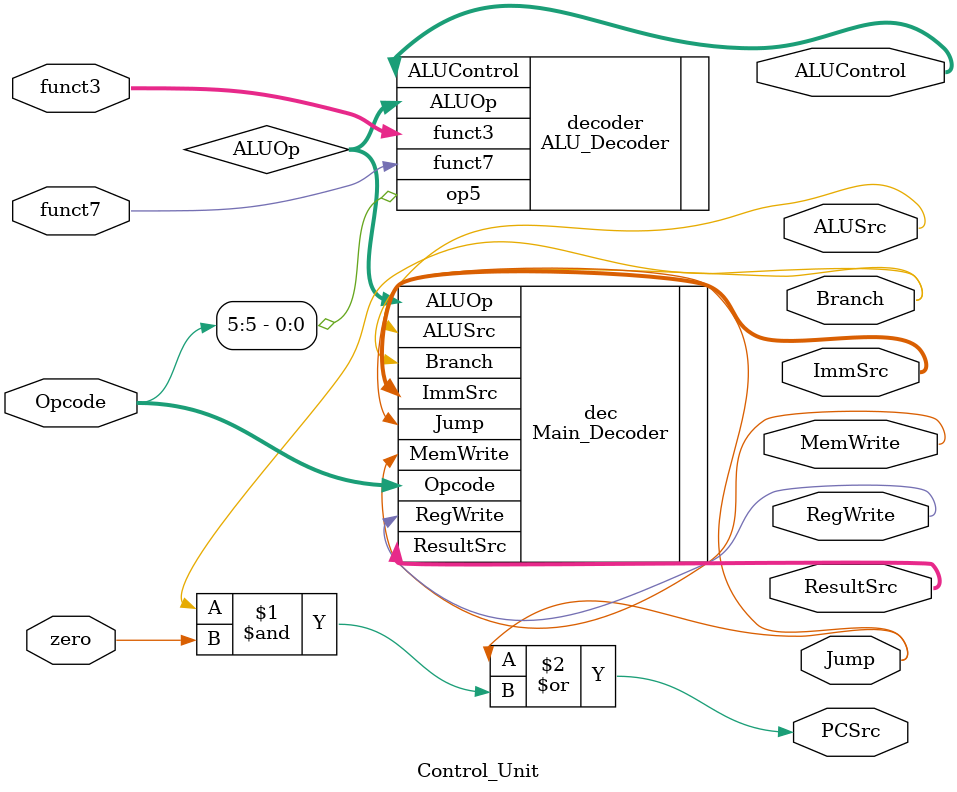
<source format=v>
module Control_Unit
(
input [6:0]Opcode,
input [2:0]funct3,
input funct7,
input zero,
output [2:0]ALUControl,
output [1:0]ImmSrc,
output  RegWrite,
output  ALUSrc,
output  MemWrite,
output  [1:0]ResultSrc,
output Branch,
output Jump,
output PCSrc
);
wire [1:0]ALUOp;

ALU_Decoder decoder (.funct3(funct3),.funct7(funct7),.op5(Opcode[5]),.ALUControl(ALUControl),.ALUOp(ALUOp));

Main_Decoder dec(.Opcode(Opcode),.ALUOp(ALUOp),.ImmSrc(ImmSrc),.RegWrite(RegWrite),.ALUSrc(ALUSrc),.MemWrite(MemWrite)
 		,.ResultSrc(ResultSrc),.Branch(Branch),.Jump(Jump));
assign PCSrc = Jump | ( Branch&zero) ;
endmodule

</source>
